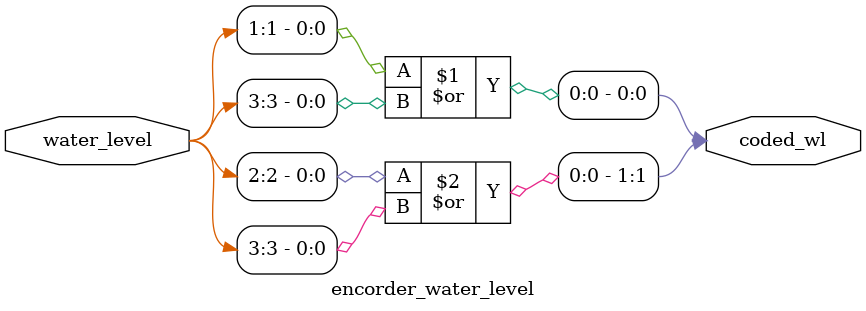
<source format=v>
module encorder_water_level(
	input [3:0] water_level,
	output [1:0] coded_wl
);

//teste



or(coded_wl[0], water_level[1], water_level[3]);
or(coded_wl[1], water_level[2], water_level[3]);








/*
	00 - erro ou nível crítico
	01 - nível baixo
	10 - nível médio
	11 - nível alto
*/

endmodule
</source>
